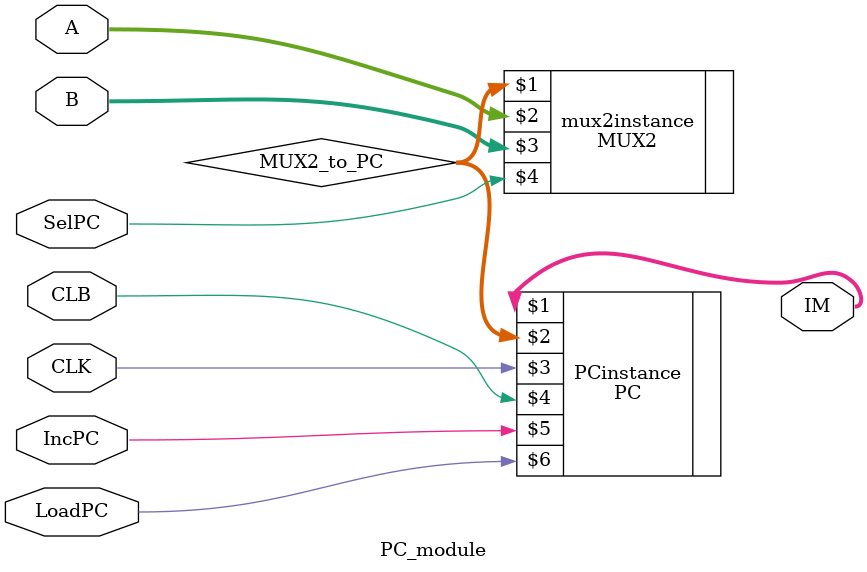
<source format=v>


module PC_module(

	output wire [7:0] IM,
	input wire  [7:0] A,
	input wire  [3:0] B,
	input wire	SelPC,
	input wire	CLK,
	input wire	CLB,
	input wire	IncPC,
	input wire	LoadPC );

	wire [7:0] MUX2_to_PC;

	MUX2 mux2instance(MUX2_to_PC, A, B, SelPC);
	PC PCinstance(IM, MUX2_to_PC, CLK, CLB, IncPC, LoadPC);

endmodule

</source>
